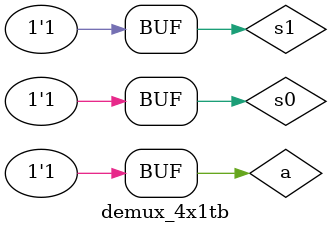
<source format=v>

module demux_4x1tb();
reg a;
reg s0,s1;
wire  y0,y1,y2,y3;
demux_4x1_dataflow dut(.a(a),.s0(s0),.s1(s1),.y0(y0),.y1(y1),.y2(y2),.y3(y3));
initial begin
a=1;
s0=0;
s1=0;
#20
s0=0;
s1=1;
#20
s0=1;
s1=0;
#20
s0=1;
s1=1;
#20;
end
endmodule

</source>
